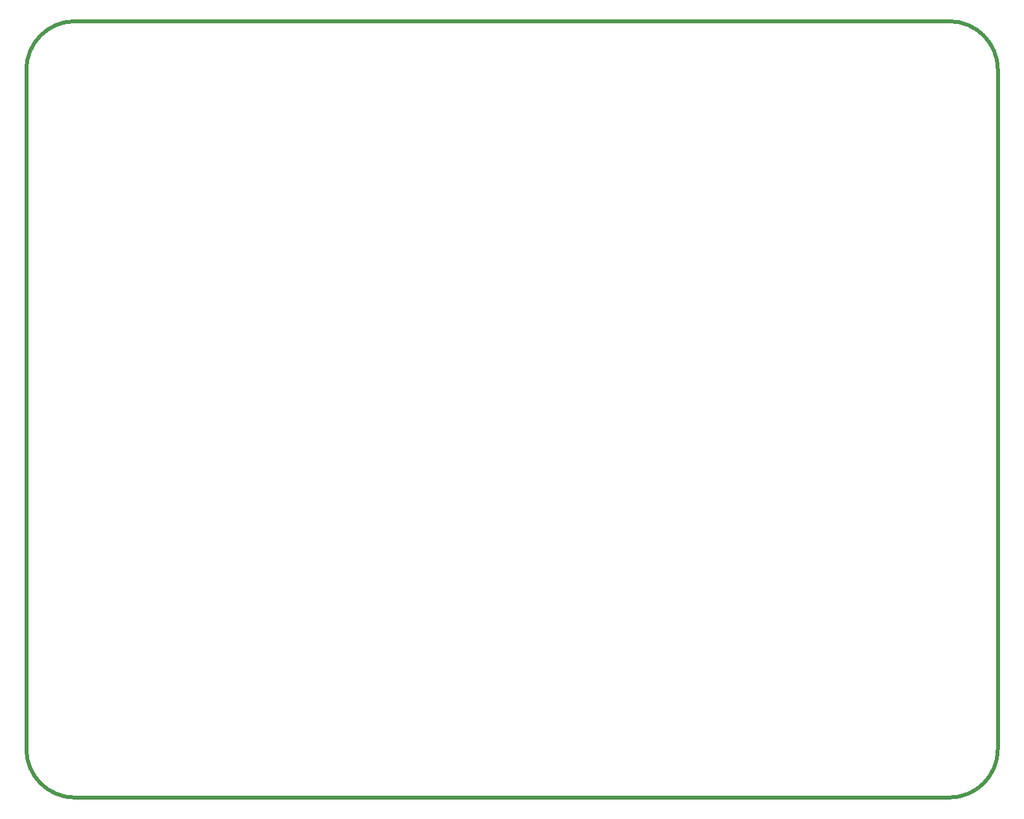
<source format=gm1>
G04*
G04 #@! TF.GenerationSoftware,Altium Limited,Altium Designer,18.1.6 (161)*
G04*
G04 Layer_Color=16711935*
%FSLAX25Y25*%
%MOIN*%
G70*
G01*
G75*
%ADD31C,0.02000*%
D31*
X500000Y375000D02*
G03*
X475000Y400000I-25000J0D01*
G01*
Y0D02*
G03*
X500000Y25000I0J25000D01*
G01*
X25000Y400000D02*
G03*
X0Y375000I0J-25000D01*
G01*
Y25000D02*
G03*
X25000Y0I25000J0D01*
G01*
X0Y368500D02*
Y375000D01*
X-0Y368500D02*
X-0Y25000D01*
X-0Y368500D02*
X0Y368500D01*
X25000Y400000D02*
X475000Y400000D01*
X500000Y375000D02*
X500000Y25000D01*
X25000Y-0D02*
X25000Y0D01*
X475000D01*
M02*

</source>
